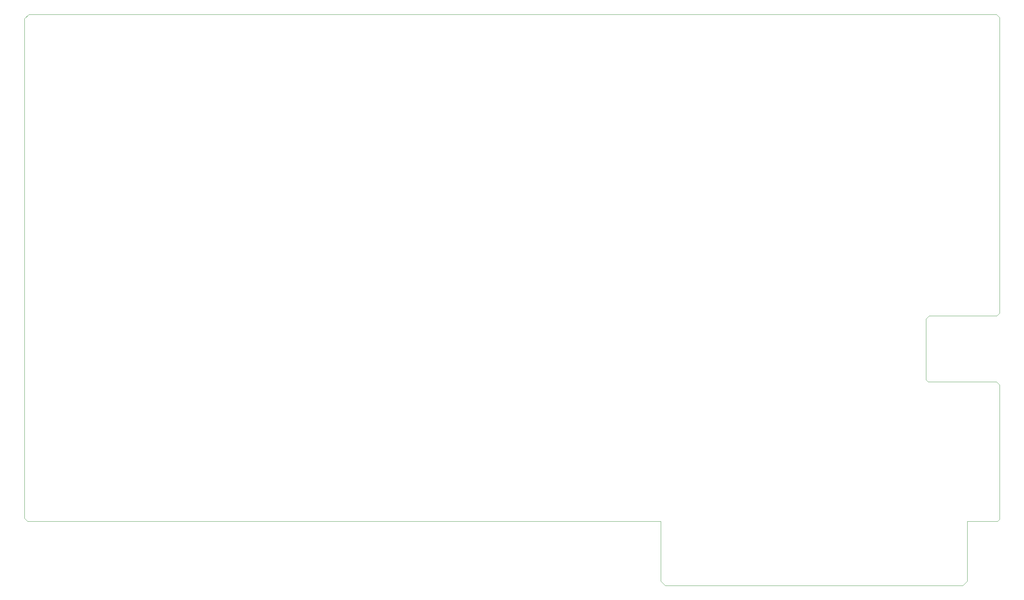
<source format=gko>
G04*
G04 #@! TF.GenerationSoftware,Altium Limited,Altium Designer,23.6.0 (18)*
G04*
G04 Layer_Color=16711935*
%FSLAX44Y44*%
%MOMM*%
G71*
G04*
G04 #@! TF.SameCoordinates,8006C624-1F22-46BB-959B-2378D66551BF*
G04*
G04*
G04 #@! TF.FilePolarity,Positive*
G04*
G01*
G75*
%ADD49C,0.1000*%
D49*
X137500Y238500D02*
Y1469500D01*
Y238500D02*
X144750Y231250D01*
X1702750D01*
X148000Y1480000D02*
X2530000D01*
X137500Y1469500D02*
X148000Y1480000D01*
X2530000D02*
X2537500Y1472500D01*
Y744500D02*
Y1472500D01*
X2356250Y579750D02*
Y730250D01*
Y579750D02*
X2361000Y575000D01*
X2530000D01*
X2356250Y730250D02*
X2363500Y737500D01*
X2530500D01*
X2537500Y744500D01*
X2530000Y575000D02*
X2537500Y567500D01*
Y343750D02*
Y567500D01*
X2488375Y231250D02*
X2529875D01*
X2458000D02*
X2488375D01*
X2529875D02*
X2532250D01*
X2537500Y236500D01*
Y343750D01*
X1703000Y84000D02*
Y231000D01*
Y84000D02*
X1714000Y73000D01*
X2447000D01*
X2458000Y84000D02*
Y231250D01*
X2447000Y73000D02*
X2458000Y84000D01*
X1702750Y231250D02*
X1703000Y231000D01*
M02*

</source>
